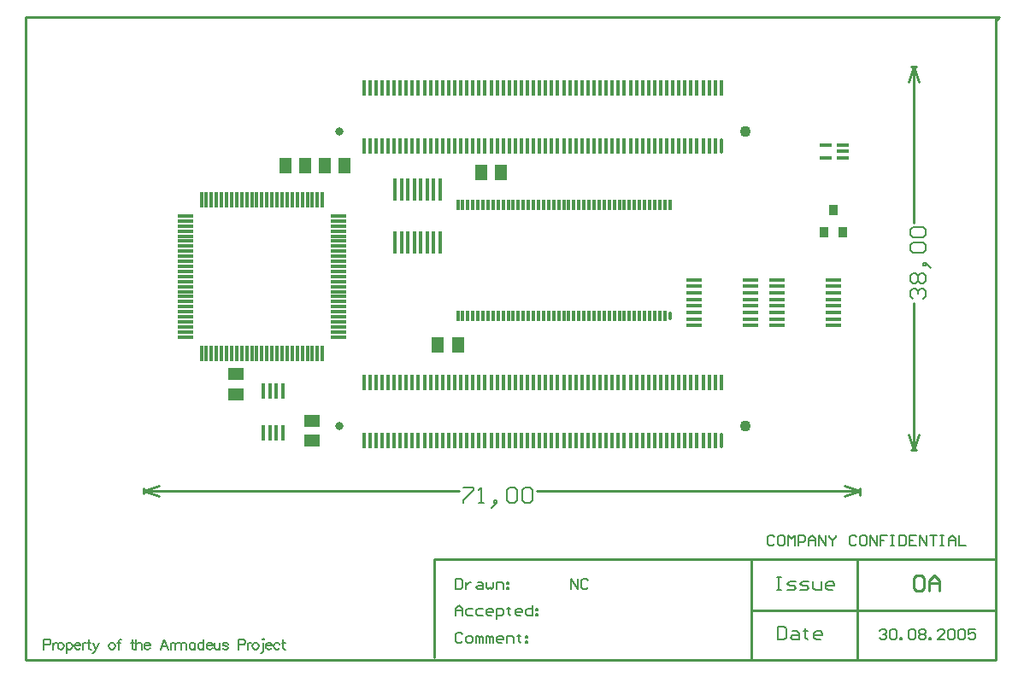
<source format=gbp>
%FSLAX42Y42*%
%MOMM*%
G71*
G01*
G75*
%ADD10C,0.45*%
%ADD11R,0.30X1.60*%
%ADD12R,0.60X0.50*%
%ADD13R,0.50X0.60*%
%ADD14R,1.20X1.50*%
%ADD15R,1.50X1.20*%
%ADD16R,0.80X0.90*%
%ADD17R,1.60X0.30*%
%ADD18R,1.95X3.40*%
%ADD19R,1.95X1.10*%
%ADD20R,1.45X0.55*%
%ADD21R,0.90X0.80*%
%ADD22R,2.60X2.40*%
%ADD23R,1.00X2.50*%
%ADD24R,2.50X6.00*%
%ADD25R,3.50X3.20*%
%ADD26R,4.50X1.50*%
%ADD27R,1.50X0.35*%
%ADD28C,0.15*%
%ADD29C,0.25*%
%ADD30C,0.15*%
%ADD31C,0.13*%
%ADD32C,0.18*%
%ADD33C,0.30*%
%ADD34C,0.40*%
%ADD35R,0.35X1.60*%
%ADD36C,0.80*%
%ADD37C,1.10*%
%ADD38O,0.35X1.60*%
%ADD39R,0.95X1.00*%
%ADD40R,1.15X0.35*%
%ADD41R,1.15X0.35*%
%ADD42R,1.65X0.30*%
%ADD43R,0.30X1.00*%
%ADD44O,0.30X1.00*%
%ADD45R,0.40X1.55*%
%ADD46R,0.40X2.20*%
%ADD47C,0.25*%
%ADD48C,0.20*%
%ADD49C,0.10*%
D11*
X3130Y3210D02*
D03*
X2030Y4730D02*
D03*
X2080D02*
D03*
X2130D02*
D03*
X2180D02*
D03*
X2230D02*
D03*
X2280D02*
D03*
X2330D02*
D03*
X2380D02*
D03*
X2430D02*
D03*
X2480D02*
D03*
X2530D02*
D03*
X2580D02*
D03*
X2630D02*
D03*
X2680D02*
D03*
X2730D02*
D03*
X2780D02*
D03*
X2830D02*
D03*
X2880D02*
D03*
X2930D02*
D03*
X2980D02*
D03*
X3030D02*
D03*
X3080D02*
D03*
X3130D02*
D03*
X3180D02*
D03*
X3230D02*
D03*
X2030Y3210D02*
D03*
X2080D02*
D03*
X2130D02*
D03*
X2180D02*
D03*
X2230D02*
D03*
X2280D02*
D03*
X2330D02*
D03*
X2380D02*
D03*
X2430D02*
D03*
X2480D02*
D03*
X2530D02*
D03*
X2580D02*
D03*
X2630D02*
D03*
X2680D02*
D03*
X2730D02*
D03*
X2780D02*
D03*
X2830D02*
D03*
X2880D02*
D03*
X2930D02*
D03*
X2980D02*
D03*
X3030D02*
D03*
X3080D02*
D03*
X3180D02*
D03*
X3230D02*
D03*
D14*
X4570Y3290D02*
D03*
X4370D02*
D03*
X3060Y5070D02*
D03*
X2860D02*
D03*
X5000Y5000D02*
D03*
X4800D02*
D03*
X3250Y5070D02*
D03*
X3450D02*
D03*
D15*
X3130Y2540D02*
D03*
Y2340D02*
D03*
X2370Y3000D02*
D03*
Y2800D02*
D03*
D17*
X3390Y4570D02*
D03*
Y4520D02*
D03*
Y4470D02*
D03*
Y4420D02*
D03*
Y4370D02*
D03*
Y4320D02*
D03*
Y4270D02*
D03*
Y4220D02*
D03*
Y4170D02*
D03*
Y4120D02*
D03*
Y4070D02*
D03*
Y4020D02*
D03*
Y3970D02*
D03*
Y3920D02*
D03*
Y3870D02*
D03*
Y3820D02*
D03*
Y3770D02*
D03*
Y3720D02*
D03*
Y3670D02*
D03*
Y3620D02*
D03*
Y3570D02*
D03*
Y3520D02*
D03*
Y3470D02*
D03*
Y3420D02*
D03*
Y3370D02*
D03*
X1870Y4570D02*
D03*
Y4520D02*
D03*
Y4470D02*
D03*
Y4420D02*
D03*
Y4370D02*
D03*
Y4320D02*
D03*
Y4270D02*
D03*
Y4220D02*
D03*
Y4170D02*
D03*
Y4120D02*
D03*
Y4070D02*
D03*
Y4020D02*
D03*
Y3970D02*
D03*
Y3920D02*
D03*
Y3870D02*
D03*
Y3820D02*
D03*
Y3770D02*
D03*
Y3720D02*
D03*
Y3670D02*
D03*
Y3620D02*
D03*
Y3570D02*
D03*
Y3520D02*
D03*
Y3470D02*
D03*
Y3420D02*
D03*
Y3370D02*
D03*
D29*
X9060Y6051D02*
X9115D01*
X9065Y2251D02*
X9110D01*
X9090Y4502D02*
Y6051D01*
Y2251D02*
Y3710D01*
X9039Y5898D02*
X9090Y6051D01*
X9141Y5898D01*
X9090Y2251D02*
X9141Y2403D01*
X9039D02*
X9090Y2251D01*
X1457Y1815D02*
Y1865D01*
X8557Y1800D02*
Y1865D01*
X1457Y1840D02*
X4583D01*
X5350D02*
X8557D01*
X1457D02*
X1610Y1789D01*
X1457Y1840D02*
X1610Y1891D01*
X8405D02*
X8557Y1840D01*
X8405Y1789D02*
X8557Y1840D01*
X8530Y170D02*
Y1170D01*
X7480Y660D02*
X9900D01*
X7480Y180D02*
Y1170D01*
X4340Y190D02*
Y1170D01*
X9900D01*
Y170D02*
Y6540D01*
Y6510D02*
X9930Y6540D01*
X290D02*
X9930D01*
X290Y170D02*
Y6540D01*
Y170D02*
X9900D01*
X9090Y977D02*
X9115Y1002D01*
X9166D01*
X9192Y977D01*
Y875D01*
X9166Y850D01*
X9115D01*
X9090Y875D01*
Y977D01*
X9242Y850D02*
Y952D01*
X9293Y1002D01*
X9344Y952D01*
Y850D01*
Y926D01*
X9242D01*
D30*
X9078Y3751D02*
X9053Y3776D01*
Y3827D01*
X9078Y3852D01*
X9104D01*
X9129Y3827D01*
Y3801D01*
Y3827D01*
X9155Y3852D01*
X9180D01*
X9205Y3827D01*
Y3776D01*
X9180Y3751D01*
X9078Y3903D02*
X9053Y3928D01*
Y3979D01*
X9078Y4005D01*
X9104D01*
X9129Y3979D01*
X9155Y4005D01*
X9180D01*
X9205Y3979D01*
Y3928D01*
X9180Y3903D01*
X9155D01*
X9129Y3928D01*
X9104Y3903D01*
X9078D01*
X9129Y3928D02*
Y3979D01*
X9231Y4081D02*
X9205Y4106D01*
X9180D01*
Y4081D01*
X9205D01*
Y4106D01*
X9231Y4081D01*
X9256Y4055D01*
X9078Y4208D02*
X9053Y4233D01*
Y4284D01*
X9078Y4309D01*
X9180D01*
X9205Y4284D01*
Y4233D01*
X9180Y4208D01*
X9078D01*
Y4360D02*
X9053Y4385D01*
Y4436D01*
X9078Y4462D01*
X9180D01*
X9205Y4436D01*
Y4385D01*
X9180Y4360D01*
X9078D01*
X4624Y1876D02*
X4725D01*
Y1850D01*
X4624Y1749D01*
Y1723D01*
X4776D02*
X4827D01*
X4802D01*
Y1876D01*
X4776Y1850D01*
X4928Y1698D02*
X4954Y1723D01*
Y1749D01*
X4928D01*
Y1723D01*
X4954D01*
X4928Y1698D01*
X4903Y1672D01*
X5055Y1850D02*
X5081Y1876D01*
X5132D01*
X5157Y1850D01*
Y1749D01*
X5132Y1723D01*
X5081D01*
X5055Y1749D01*
Y1850D01*
X5208D02*
X5233Y1876D01*
X5284D01*
X5309Y1850D01*
Y1749D01*
X5284Y1723D01*
X5233D01*
X5208Y1749D01*
Y1850D01*
D31*
X8750Y455D02*
X8767Y472D01*
X8801D01*
X8818Y455D01*
Y438D01*
X8801Y421D01*
X8784D01*
X8801D01*
X8818Y404D01*
Y387D01*
X8801Y370D01*
X8767D01*
X8750Y387D01*
X8852Y455D02*
X8868Y472D01*
X8902D01*
X8919Y455D01*
Y387D01*
X8902Y370D01*
X8868D01*
X8852Y387D01*
Y455D01*
X8953Y370D02*
Y387D01*
X8970D01*
Y370D01*
X8953D01*
X9038Y455D02*
X9055Y472D01*
X9089D01*
X9105Y455D01*
Y387D01*
X9089Y370D01*
X9055D01*
X9038Y387D01*
Y455D01*
X9139D02*
X9156Y472D01*
X9190D01*
X9207Y455D01*
Y438D01*
X9190Y421D01*
X9207Y404D01*
Y387D01*
X9190Y370D01*
X9156D01*
X9139Y387D01*
Y404D01*
X9156Y421D01*
X9139Y438D01*
Y455D01*
X9156Y421D02*
X9190D01*
X9241Y370D02*
Y387D01*
X9258D01*
Y370D01*
X9241D01*
X9393D02*
X9326D01*
X9393Y438D01*
Y455D01*
X9376Y472D01*
X9342D01*
X9326Y455D01*
X9427D02*
X9444Y472D01*
X9478D01*
X9495Y455D01*
Y387D01*
X9478Y370D01*
X9444D01*
X9427Y387D01*
Y455D01*
X9529D02*
X9546Y472D01*
X9579D01*
X9596Y455D01*
Y387D01*
X9579Y370D01*
X9546D01*
X9529Y387D01*
Y455D01*
X9698Y472D02*
X9630D01*
Y421D01*
X9664Y438D01*
X9681D01*
X9698Y421D01*
Y387D01*
X9681Y370D01*
X9647D01*
X9630Y387D01*
X5690Y870D02*
Y972D01*
X5758Y870D01*
Y972D01*
X5859Y955D02*
X5842Y972D01*
X5808D01*
X5792Y955D01*
Y887D01*
X5808Y870D01*
X5842D01*
X5859Y887D01*
X470Y318D02*
X514D01*
X528Y323D01*
X533Y328D01*
X538Y338D01*
Y352D01*
X533Y362D01*
X528Y367D01*
X514Y372D01*
X470D01*
Y270D01*
X560Y338D02*
Y270D01*
Y309D02*
X565Y323D01*
X575Y333D01*
X585Y338D01*
X599D01*
X633D02*
X623Y333D01*
X613Y323D01*
X608Y309D01*
Y299D01*
X613Y285D01*
X623Y275D01*
X633Y270D01*
X647D01*
X657Y275D01*
X666Y285D01*
X671Y299D01*
Y309D01*
X666Y323D01*
X657Y333D01*
X647Y338D01*
X633D01*
X693D02*
Y236D01*
Y323D02*
X703Y333D01*
X713Y338D01*
X727D01*
X737Y333D01*
X747Y323D01*
X752Y309D01*
Y299D01*
X747Y285D01*
X737Y275D01*
X727Y270D01*
X713D01*
X703Y275D01*
X693Y285D01*
X773Y309D02*
X831D01*
Y318D01*
X826Y328D01*
X822Y333D01*
X812Y338D01*
X797D01*
X788Y333D01*
X778Y323D01*
X773Y309D01*
Y299D01*
X778Y285D01*
X788Y275D01*
X797Y270D01*
X812D01*
X822Y275D01*
X831Y285D01*
X853Y338D02*
Y270D01*
Y309D02*
X858Y323D01*
X868Y333D01*
X877Y338D01*
X892D01*
X915Y372D02*
Y289D01*
X920Y275D01*
X930Y270D01*
X940D01*
X901Y338D02*
X935D01*
X959D02*
X988Y270D01*
X1017Y338D02*
X988Y270D01*
X978Y251D01*
X969Y241D01*
X959Y236D01*
X954D01*
X1138Y338D02*
X1128Y333D01*
X1119Y323D01*
X1114Y309D01*
Y299D01*
X1119Y285D01*
X1128Y275D01*
X1138Y270D01*
X1153D01*
X1162Y275D01*
X1172Y285D01*
X1177Y299D01*
Y309D01*
X1172Y323D01*
X1162Y333D01*
X1153Y338D01*
X1138D01*
X1238Y372D02*
X1228D01*
X1218Y367D01*
X1213Y352D01*
Y270D01*
X1199Y338D02*
X1233D01*
X1346Y372D02*
Y289D01*
X1351Y275D01*
X1361Y270D01*
X1371D01*
X1332Y338D02*
X1366D01*
X1385Y372D02*
Y270D01*
Y318D02*
X1400Y333D01*
X1409Y338D01*
X1424D01*
X1434Y333D01*
X1438Y318D01*
Y270D01*
X1465Y309D02*
X1523D01*
Y318D01*
X1518Y328D01*
X1513Y333D01*
X1504Y338D01*
X1489D01*
X1479Y333D01*
X1470Y323D01*
X1465Y309D01*
Y299D01*
X1470Y285D01*
X1479Y275D01*
X1489Y270D01*
X1504D01*
X1513Y275D01*
X1523Y285D01*
X1702Y270D02*
X1663Y372D01*
X1625Y270D01*
X1639Y304D02*
X1687D01*
X1726Y338D02*
Y270D01*
Y309D02*
X1731Y323D01*
X1740Y333D01*
X1750Y338D01*
X1764D01*
X1774D02*
Y270D01*
Y318D02*
X1788Y333D01*
X1798Y338D01*
X1812D01*
X1822Y333D01*
X1827Y318D01*
Y270D01*
Y318D02*
X1841Y333D01*
X1851Y338D01*
X1865D01*
X1875Y333D01*
X1880Y318D01*
Y270D01*
X1970Y338D02*
Y270D01*
Y323D02*
X1960Y333D01*
X1951Y338D01*
X1936D01*
X1926Y333D01*
X1917Y323D01*
X1912Y309D01*
Y299D01*
X1917Y285D01*
X1926Y275D01*
X1936Y270D01*
X1951D01*
X1960Y275D01*
X1970Y285D01*
X2055Y372D02*
Y270D01*
Y323D02*
X2045Y333D01*
X2036Y338D01*
X2021D01*
X2012Y333D01*
X2002Y323D01*
X1997Y309D01*
Y299D01*
X2002Y285D01*
X2012Y275D01*
X2021Y270D01*
X2036D01*
X2045Y275D01*
X2055Y285D01*
X2082Y309D02*
X2140D01*
Y318D01*
X2135Y328D01*
X2131Y333D01*
X2121Y338D01*
X2106D01*
X2097Y333D01*
X2087Y323D01*
X2082Y309D01*
Y299D01*
X2087Y285D01*
X2097Y275D01*
X2106Y270D01*
X2121D01*
X2131Y275D01*
X2140Y285D01*
X2162Y338D02*
Y289D01*
X2167Y275D01*
X2177Y270D01*
X2191D01*
X2201Y275D01*
X2215Y289D01*
Y338D02*
Y270D01*
X2295Y323D02*
X2290Y333D01*
X2276Y338D01*
X2261D01*
X2247Y333D01*
X2242Y323D01*
X2247Y314D01*
X2256Y309D01*
X2281Y304D01*
X2290Y299D01*
X2295Y289D01*
Y285D01*
X2290Y275D01*
X2276Y270D01*
X2261D01*
X2247Y275D01*
X2242Y285D01*
X2396Y318D02*
X2440D01*
X2454Y323D01*
X2459Y328D01*
X2464Y338D01*
Y352D01*
X2459Y362D01*
X2454Y367D01*
X2440Y372D01*
X2396D01*
Y270D01*
X2487Y338D02*
Y270D01*
Y309D02*
X2491Y323D01*
X2501Y333D01*
X2511Y338D01*
X2525D01*
X2559D02*
X2549Y333D01*
X2539Y323D01*
X2534Y309D01*
Y299D01*
X2539Y285D01*
X2549Y275D01*
X2559Y270D01*
X2573D01*
X2583Y275D01*
X2592Y285D01*
X2597Y299D01*
Y309D01*
X2592Y323D01*
X2583Y333D01*
X2573Y338D01*
X2559D01*
X2639Y372D02*
X2644Y367D01*
X2649Y372D01*
X2644Y376D01*
X2639Y372D01*
X2644Y338D02*
Y255D01*
X2639Y241D01*
X2629Y236D01*
X2620D01*
X2667Y309D02*
X2726D01*
Y318D01*
X2721Y328D01*
X2716Y333D01*
X2706Y338D01*
X2692D01*
X2682Y333D01*
X2672Y323D01*
X2667Y309D01*
Y299D01*
X2672Y285D01*
X2682Y275D01*
X2692Y270D01*
X2706D01*
X2716Y275D01*
X2726Y285D01*
X2805Y323D02*
X2796Y333D01*
X2786Y338D01*
X2771D01*
X2762Y333D01*
X2752Y323D01*
X2747Y309D01*
Y299D01*
X2752Y285D01*
X2762Y275D01*
X2771Y270D01*
X2786D01*
X2796Y275D01*
X2805Y285D01*
X2842Y372D02*
Y289D01*
X2846Y275D01*
X2856Y270D01*
X2866D01*
X2827Y338D02*
X2861D01*
X4550Y610D02*
Y678D01*
X4584Y712D01*
X4618Y678D01*
Y610D01*
Y661D01*
X4550D01*
X4719Y678D02*
X4668D01*
X4652Y661D01*
Y627D01*
X4668Y610D01*
X4719D01*
X4821Y678D02*
X4770D01*
X4753Y661D01*
Y627D01*
X4770Y610D01*
X4821D01*
X4905D02*
X4872D01*
X4855Y627D01*
Y661D01*
X4872Y678D01*
X4905D01*
X4922Y661D01*
Y644D01*
X4855D01*
X4956Y576D02*
Y678D01*
X5007D01*
X5024Y661D01*
Y627D01*
X5007Y610D01*
X4956D01*
X5075Y695D02*
Y678D01*
X5058D01*
X5092D01*
X5075D01*
Y627D01*
X5092Y610D01*
X5193D02*
X5159D01*
X5142Y627D01*
Y661D01*
X5159Y678D01*
X5193D01*
X5210Y661D01*
Y644D01*
X5142D01*
X5312Y712D02*
Y610D01*
X5261D01*
X5244Y627D01*
Y661D01*
X5261Y678D01*
X5312D01*
X5346D02*
X5363D01*
Y661D01*
X5346D01*
Y678D01*
Y627D02*
X5363D01*
Y610D01*
X5346D01*
Y627D01*
X4550Y972D02*
Y870D01*
X4601D01*
X4618Y887D01*
Y955D01*
X4601Y972D01*
X4550D01*
X4652Y938D02*
Y870D01*
Y904D01*
X4668Y921D01*
X4685Y938D01*
X4702D01*
X4770D02*
X4804D01*
X4821Y921D01*
Y870D01*
X4770D01*
X4753Y887D01*
X4770Y904D01*
X4821D01*
X4855Y938D02*
Y887D01*
X4872Y870D01*
X4889Y887D01*
X4905Y870D01*
X4922Y887D01*
Y938D01*
X4956Y870D02*
Y938D01*
X5007D01*
X5024Y921D01*
Y870D01*
X5058Y938D02*
X5075D01*
Y921D01*
X5058D01*
Y938D01*
Y887D02*
X5075D01*
Y870D01*
X5058D01*
Y887D01*
X4618Y425D02*
X4601Y442D01*
X4567D01*
X4550Y425D01*
Y357D01*
X4567Y340D01*
X4601D01*
X4618Y357D01*
X4668Y340D02*
X4702D01*
X4719Y357D01*
Y391D01*
X4702Y408D01*
X4668D01*
X4652Y391D01*
Y357D01*
X4668Y340D01*
X4753D02*
Y408D01*
X4770D01*
X4787Y391D01*
Y340D01*
Y391D01*
X4804Y408D01*
X4821Y391D01*
Y340D01*
X4855D02*
Y408D01*
X4872D01*
X4889Y391D01*
Y340D01*
Y391D01*
X4905Y408D01*
X4922Y391D01*
Y340D01*
X5007D02*
X4973D01*
X4956Y357D01*
Y391D01*
X4973Y408D01*
X5007D01*
X5024Y391D01*
Y374D01*
X4956D01*
X5058Y340D02*
Y408D01*
X5109D01*
X5126Y391D01*
Y340D01*
X5176Y425D02*
Y408D01*
X5159D01*
X5193D01*
X5176D01*
Y357D01*
X5193Y340D01*
X5244Y408D02*
X5261D01*
Y391D01*
X5244D01*
Y408D01*
Y357D02*
X5261D01*
Y340D01*
X5244D01*
Y357D01*
X7708Y1385D02*
X7691Y1402D01*
X7657D01*
X7640Y1385D01*
Y1317D01*
X7657Y1300D01*
X7691D01*
X7708Y1317D01*
X7792Y1402D02*
X7758D01*
X7742Y1385D01*
Y1317D01*
X7758Y1300D01*
X7792D01*
X7809Y1317D01*
Y1385D01*
X7792Y1402D01*
X7843Y1300D02*
Y1402D01*
X7877Y1368D01*
X7911Y1402D01*
Y1300D01*
X7945D02*
Y1402D01*
X7995D01*
X8012Y1385D01*
Y1351D01*
X7995Y1334D01*
X7945D01*
X8046Y1300D02*
Y1368D01*
X8080Y1402D01*
X8114Y1368D01*
Y1300D01*
Y1351D01*
X8046D01*
X8148Y1300D02*
Y1402D01*
X8216Y1300D01*
Y1402D01*
X8249D02*
Y1385D01*
X8283Y1351D01*
X8317Y1385D01*
Y1402D01*
X8283Y1351D02*
Y1300D01*
X8520Y1385D02*
X8503Y1402D01*
X8469D01*
X8453Y1385D01*
Y1317D01*
X8469Y1300D01*
X8503D01*
X8520Y1317D01*
X8605Y1402D02*
X8571D01*
X8554Y1385D01*
Y1317D01*
X8571Y1300D01*
X8605D01*
X8622Y1317D01*
Y1385D01*
X8605Y1402D01*
X8656Y1300D02*
Y1402D01*
X8723Y1300D01*
Y1402D01*
X8825D02*
X8757D01*
Y1351D01*
X8791D01*
X8757D01*
Y1300D01*
X8859Y1402D02*
X8893D01*
X8876D01*
Y1300D01*
X8859D01*
X8893D01*
X8943Y1402D02*
Y1300D01*
X8994D01*
X9011Y1317D01*
Y1385D01*
X8994Y1402D01*
X8943D01*
X9113D02*
X9045D01*
Y1300D01*
X9113D01*
X9045Y1351D02*
X9079D01*
X9147Y1300D02*
Y1402D01*
X9214Y1300D01*
Y1402D01*
X9248D02*
X9316D01*
X9282D01*
Y1300D01*
X9350Y1402D02*
X9384D01*
X9367D01*
Y1300D01*
X9350D01*
X9384D01*
X9434D02*
Y1368D01*
X9468Y1402D01*
X9502Y1368D01*
Y1300D01*
Y1351D01*
X9434D01*
X9536Y1402D02*
Y1300D01*
X9604D01*
D32*
X7740Y497D02*
Y370D01*
X7803D01*
X7825Y391D01*
Y476D01*
X7803Y497D01*
X7740D01*
X7888Y455D02*
X7930D01*
X7952Y433D01*
Y370D01*
X7888D01*
X7867Y391D01*
X7888Y412D01*
X7952D01*
X8015Y476D02*
Y455D01*
X7994D01*
X8036D01*
X8015D01*
Y391D01*
X8036Y370D01*
X8163D02*
X8121D01*
X8100Y391D01*
Y433D01*
X8121Y455D01*
X8163D01*
X8184Y433D01*
Y412D01*
X8100D01*
X7730Y987D02*
X7772D01*
X7751D01*
Y860D01*
X7730D01*
X7772D01*
X7836D02*
X7899D01*
X7920Y881D01*
X7899Y902D01*
X7857D01*
X7836Y923D01*
X7857Y945D01*
X7920D01*
X7963Y860D02*
X8026D01*
X8047Y881D01*
X8026Y902D01*
X7984D01*
X7963Y923D01*
X7984Y945D01*
X8047D01*
X8090D02*
Y881D01*
X8111Y860D01*
X8174D01*
Y945D01*
X8280Y860D02*
X8238D01*
X8217Y881D01*
Y923D01*
X8238Y945D01*
X8280D01*
X8301Y923D01*
Y902D01*
X8217D01*
D35*
X4420Y2920D02*
D03*
X4360D02*
D03*
X4300D02*
D03*
X4240D02*
D03*
X4180D02*
D03*
X4120D02*
D03*
X4060D02*
D03*
X4000D02*
D03*
X3940D02*
D03*
X3880D02*
D03*
Y2340D02*
D03*
X3940D02*
D03*
X4000D02*
D03*
X4060D02*
D03*
X4120D02*
D03*
X4180D02*
D03*
X4240D02*
D03*
X4300D02*
D03*
X4360D02*
D03*
X4420D02*
D03*
X4960Y2920D02*
D03*
X4900D02*
D03*
X4840D02*
D03*
X4780D02*
D03*
X4720D02*
D03*
X4660D02*
D03*
X4600D02*
D03*
X4540D02*
D03*
X4480D02*
D03*
Y2340D02*
D03*
X4540D02*
D03*
X4600D02*
D03*
X4660D02*
D03*
X4720D02*
D03*
X4780D02*
D03*
X4840D02*
D03*
X4900D02*
D03*
X4960D02*
D03*
X3640Y2920D02*
D03*
X3700D02*
D03*
X3760D02*
D03*
X3820D02*
D03*
X5020D02*
D03*
X5080D02*
D03*
X5980D02*
D03*
X6040D02*
D03*
X6100D02*
D03*
X6160D02*
D03*
X6220D02*
D03*
X6280D02*
D03*
X6340D02*
D03*
X6400D02*
D03*
X6460D02*
D03*
X6520D02*
D03*
X6580D02*
D03*
X6640D02*
D03*
X6700D02*
D03*
X6760D02*
D03*
X6820D02*
D03*
X6880D02*
D03*
X6940D02*
D03*
X7000D02*
D03*
X7060D02*
D03*
X7120D02*
D03*
X7180D02*
D03*
X3640Y2340D02*
D03*
X3700D02*
D03*
X3760D02*
D03*
X3820D02*
D03*
X5020D02*
D03*
X5080D02*
D03*
X5920D02*
D03*
X5980D02*
D03*
X6040D02*
D03*
X6100D02*
D03*
X6160D02*
D03*
X6220D02*
D03*
X6280D02*
D03*
X6340D02*
D03*
X6400D02*
D03*
X6460D02*
D03*
X6520D02*
D03*
X6580D02*
D03*
X6640D02*
D03*
X6700D02*
D03*
X6760D02*
D03*
X6820D02*
D03*
X6880D02*
D03*
X6940D02*
D03*
X7000D02*
D03*
X7060D02*
D03*
X7120D02*
D03*
X5860Y2920D02*
D03*
X5920D02*
D03*
X5860Y2340D02*
D03*
X5800D02*
D03*
X5740D02*
D03*
X5680D02*
D03*
X5620D02*
D03*
X5560D02*
D03*
X5500D02*
D03*
X5440D02*
D03*
X5380D02*
D03*
X5320D02*
D03*
X5260D02*
D03*
X5200D02*
D03*
X5140D02*
D03*
Y2920D02*
D03*
X5200D02*
D03*
X5260D02*
D03*
X5320D02*
D03*
X5380D02*
D03*
X5440D02*
D03*
X5500D02*
D03*
X5560D02*
D03*
X5740D02*
D03*
X5800D02*
D03*
X5620D02*
D03*
X5680D02*
D03*
X5800Y5840D02*
D03*
X5740D02*
D03*
X5680D02*
D03*
X5620D02*
D03*
X5560D02*
D03*
X5500D02*
D03*
X5440D02*
D03*
X5380D02*
D03*
X5320D02*
D03*
X5260D02*
D03*
X5200D02*
D03*
X5140D02*
D03*
Y5260D02*
D03*
X5200D02*
D03*
X5260D02*
D03*
X5320D02*
D03*
X5380D02*
D03*
X5440D02*
D03*
X5500D02*
D03*
X5560D02*
D03*
X5620D02*
D03*
X5680D02*
D03*
X5740D02*
D03*
X5800D02*
D03*
X5860Y5840D02*
D03*
X5080Y5260D02*
D03*
X4360Y5840D02*
D03*
X5920D02*
D03*
X5980D02*
D03*
X6040D02*
D03*
X6100D02*
D03*
X6160D02*
D03*
X6220D02*
D03*
X6280D02*
D03*
X6340D02*
D03*
X6400D02*
D03*
X6460D02*
D03*
X6520D02*
D03*
X6580D02*
D03*
X6640D02*
D03*
X6700D02*
D03*
X6760D02*
D03*
X6820D02*
D03*
X6880D02*
D03*
X6940D02*
D03*
X7000D02*
D03*
X7060D02*
D03*
X7120D02*
D03*
X7180D02*
D03*
X3640Y5260D02*
D03*
X3700D02*
D03*
X4420D02*
D03*
X5860D02*
D03*
X5920D02*
D03*
X5980D02*
D03*
X6040D02*
D03*
X6100D02*
D03*
X6160D02*
D03*
X6220D02*
D03*
X6280D02*
D03*
X6340D02*
D03*
X6400D02*
D03*
X6460D02*
D03*
X6520D02*
D03*
X6580D02*
D03*
X6640D02*
D03*
X6700D02*
D03*
X6760D02*
D03*
X6820D02*
D03*
X6880D02*
D03*
X6940D02*
D03*
X7000D02*
D03*
X7060D02*
D03*
X7120D02*
D03*
X5020D02*
D03*
X4960D02*
D03*
X4900D02*
D03*
X4840D02*
D03*
X4780D02*
D03*
X4720D02*
D03*
X4660D02*
D03*
X4600D02*
D03*
X4540D02*
D03*
X4480D02*
D03*
X4420Y5840D02*
D03*
X4480D02*
D03*
X4540D02*
D03*
X4600D02*
D03*
X4660D02*
D03*
X4720D02*
D03*
X4780D02*
D03*
X4840D02*
D03*
X4900D02*
D03*
X4960D02*
D03*
X3760Y5260D02*
D03*
X4120Y5840D02*
D03*
X4360Y5260D02*
D03*
X4300D02*
D03*
X4240D02*
D03*
X4180D02*
D03*
X4120D02*
D03*
X4060D02*
D03*
X4000D02*
D03*
X3940D02*
D03*
X3880D02*
D03*
X3820D02*
D03*
X3640Y5840D02*
D03*
X3700D02*
D03*
X3760D02*
D03*
X3820D02*
D03*
X3880D02*
D03*
X3940D02*
D03*
X4000D02*
D03*
X4060D02*
D03*
X4180D02*
D03*
X4240D02*
D03*
X4300D02*
D03*
X5020D02*
D03*
X5080D02*
D03*
D36*
X3400Y2490D02*
D03*
Y5410D02*
D03*
D37*
X7420Y2490D02*
D03*
Y5410D02*
D03*
D38*
X7180Y2340D02*
D03*
Y5260D02*
D03*
D39*
X8385Y4408D02*
D03*
X8195Y4408D02*
D03*
X8290Y4633D02*
D03*
D40*
X8212Y5145D02*
D03*
Y5275D02*
D03*
X8388Y5145D02*
D03*
Y5210D02*
D03*
D41*
Y5275D02*
D03*
D42*
X8288Y3938D02*
D03*
Y3872D02*
D03*
Y3808D02*
D03*
Y3742D02*
D03*
Y3678D02*
D03*
Y3612D02*
D03*
Y3548D02*
D03*
Y3483D02*
D03*
X7732Y3938D02*
D03*
Y3872D02*
D03*
Y3808D02*
D03*
Y3742D02*
D03*
Y3678D02*
D03*
Y3612D02*
D03*
Y3548D02*
D03*
Y3483D02*
D03*
X7468Y3938D02*
D03*
Y3872D02*
D03*
Y3808D02*
D03*
Y3742D02*
D03*
Y3678D02*
D03*
Y3612D02*
D03*
Y3548D02*
D03*
Y3483D02*
D03*
X6912Y3938D02*
D03*
Y3872D02*
D03*
Y3808D02*
D03*
Y3742D02*
D03*
Y3678D02*
D03*
Y3612D02*
D03*
Y3548D02*
D03*
Y3483D02*
D03*
D43*
X4570Y4676D02*
D03*
X4620D02*
D03*
X4670D02*
D03*
X4720D02*
D03*
X4770D02*
D03*
X4820D02*
D03*
X4870D02*
D03*
X4920D02*
D03*
X4970D02*
D03*
X5020D02*
D03*
X5070D02*
D03*
X5120D02*
D03*
X5170D02*
D03*
X5220D02*
D03*
X5270D02*
D03*
X5320D02*
D03*
X5370D02*
D03*
X5420D02*
D03*
X5470D02*
D03*
X5520D02*
D03*
X5570D02*
D03*
X5620D02*
D03*
X5670D02*
D03*
X5720D02*
D03*
X5770D02*
D03*
X5820D02*
D03*
X5870D02*
D03*
X5920D02*
D03*
X5970D02*
D03*
X6020D02*
D03*
X6070D02*
D03*
X6120D02*
D03*
X6170D02*
D03*
X6220D02*
D03*
X6270D02*
D03*
X6320D02*
D03*
X6370D02*
D03*
X6420D02*
D03*
X6470D02*
D03*
X6520D02*
D03*
X6570D02*
D03*
X6620D02*
D03*
X6670D02*
D03*
X4570Y3580D02*
D03*
X4620D02*
D03*
X4670D02*
D03*
X4720D02*
D03*
X4770D02*
D03*
X4820D02*
D03*
X4870D02*
D03*
X4920D02*
D03*
X4970D02*
D03*
X5020D02*
D03*
X5070D02*
D03*
X5120D02*
D03*
X5170D02*
D03*
X5220D02*
D03*
X5270D02*
D03*
X5320D02*
D03*
X5370D02*
D03*
X5420D02*
D03*
X5470D02*
D03*
X5520D02*
D03*
X5570D02*
D03*
X5620D02*
D03*
X5670D02*
D03*
X5720D02*
D03*
X5770D02*
D03*
X5820D02*
D03*
X5870D02*
D03*
X5920D02*
D03*
X5970D02*
D03*
X6020D02*
D03*
X6070D02*
D03*
X6120D02*
D03*
X6170D02*
D03*
X6220D02*
D03*
X6270D02*
D03*
X6320D02*
D03*
X6370D02*
D03*
X6420D02*
D03*
X6470D02*
D03*
X6520D02*
D03*
X6570D02*
D03*
X6620D02*
D03*
D44*
X6670D02*
D03*
D45*
X2642Y2838D02*
D03*
X2708D02*
D03*
X2773D02*
D03*
X2838D02*
D03*
X2642Y2423D02*
D03*
X2708D02*
D03*
X2773D02*
D03*
X2838D02*
D03*
D46*
X4392Y4310D02*
D03*
X4329D02*
D03*
X4265D02*
D03*
X4202D02*
D03*
X4138D02*
D03*
X4075D02*
D03*
X4011D02*
D03*
X3948D02*
D03*
X4392Y4830D02*
D03*
X4329D02*
D03*
X4265D02*
D03*
X4202D02*
D03*
X4138D02*
D03*
X4075D02*
D03*
X4011D02*
D03*
X3948D02*
D03*
M02*

</source>
